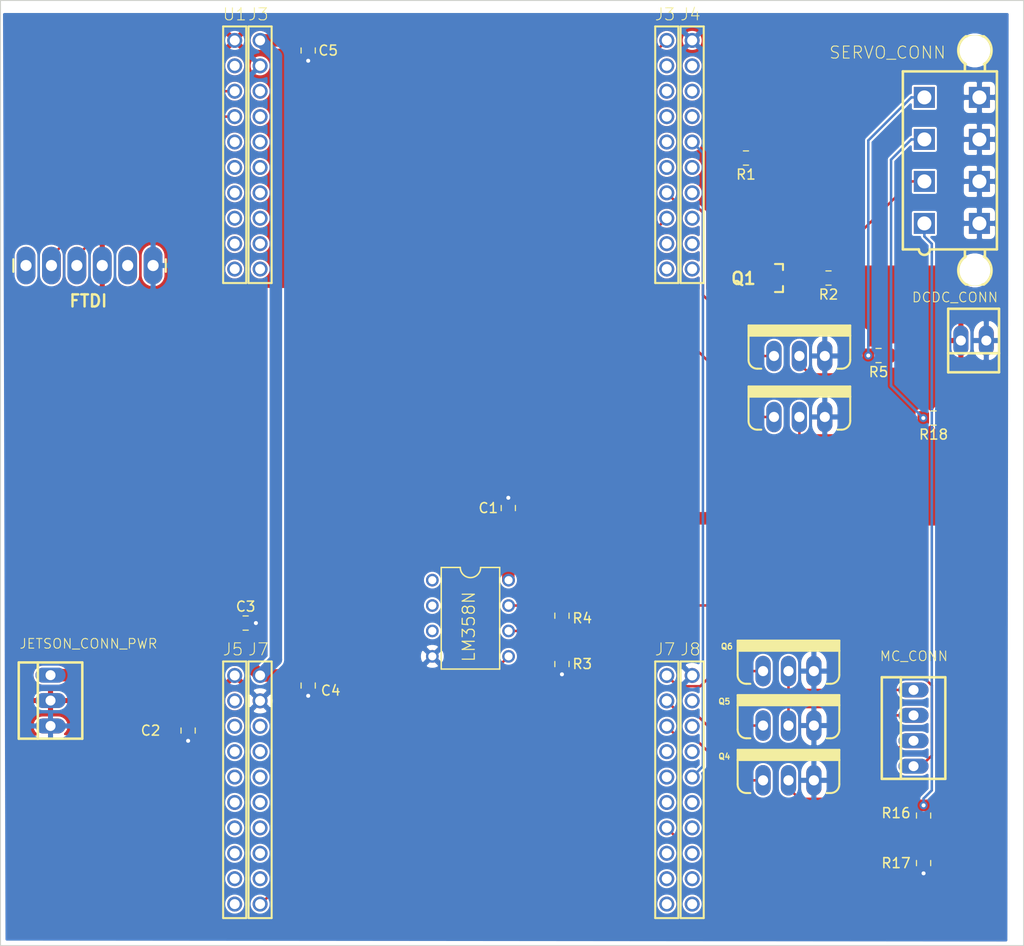
<source format=kicad_pcb>
(kicad_pcb (version 20171130) (host pcbnew "(5.1.4)-1")
  (layers (0 Top signal) (31 Bottom signal) (34 B.Paste user) (35 F.Paste user) (36 B.SilkS user) (37 F.SilkS user) (38 B.Mask user) (39 F.Mask user) (44 Edge.Cuts user))
  (net 0 "")
  (net 1 +3V3)
  (net 2 +5V)
  (net 3 GND)
  (net 4 THROTTLE_DAC)
  (net 5 REV_CTL)
  (net 6 FS1_CTL)
  (net 7 +12V)
  (net 8 TI_PWM)
  (net 9 SCIB_RX)
  (net 10 SCIB_TX)
  (net 11 EN+_CTL)
  (net 12 FWD_CTL)
  (net 13 MC_HLFB+)
  (net 14 INPUT_A+_CTL)
  (net 15 "/LAUNCHXL-F28379D Breakout/THROTTLE_MC")
  (net 16 "/LAUNCHXL-F28379D Headers/RESET")
  (net 17 "/LAUNCHXL-F28379D Breakout/EN+")
  (net 18 "/LAUNCHXL-F28379D Breakout/INPUT_A+")
  (net 19 "/LAUNCHXL-F28379D Breakout/INPUT_B+")
  (net 20 "/LAUNCHXL-F28379D Breakout/HLFB+")
  (net 21 "/LAUNCHXL-F28379D Breakout/FS1_MC")
  (net 22 "/LAUNCHXL-F28379D Breakout/FWD_MC")
  (net 23 "/LAUNCHXL-F28379D Breakout/REV_MC")
  (net 24 "Net-(IC1-Pad6)")
  (module Drivetrain_control:FTDI_CONN (layer Top) (at 98.3 73.25)
    (fp_text reference CONN1)
    (fp_text value FTDI (at 4.2 4.25 -180) (layer F.SilkS) (effects (font (size 1.2065 1.2065) (thickness 0.2413)) (justify left bottom)))
    (fp_line (start 13.97 -0.635) (end 13.97 0.635) (layer F.SilkS) (width 0.2032))
    (fp_line (start -1.27 -0.635) (end -1.27 0.635) (layer F.SilkS) (width 0.2032))
    (pad 6 thru_hole oval (at 12.7 0 90) (size 3.7592 1.8796) (drill 1.1176) (layers *.Cu *.Mask) (net 3 GND))
    (pad 5 thru_hole oval (at 10.16 0 90) (size 3.7592 1.8796) (drill 1.1176) (layers *.Cu *.Mask))
    (pad 4 thru_hole oval (at 7.62 0 90) (size 3.7592 1.8796) (drill 1.1176) (layers *.Cu *.Mask) (net 1 +3V3))
    (pad 3 thru_hole oval (at 5.08 0 90) (size 3.7592 1.8796) (drill 1.1176) (layers *.Cu *.Mask) (net 10 SCIB_TX))
    (pad 2 thru_hole oval (at 2.54 0 90) (size 3.7592 1.8796) (drill 1.1176) (layers *.Cu *.Mask) (net 9 SCIB_RX))
    (pad 1 thru_hole oval (at 0 0 90) (size 3.7592 1.8796) (drill 1.1176) (layers *.Cu *.Mask))
  )
  (module Resistor_SMD:R_0805_2012Metric_Pad1.15x1.40mm_HandSolder (layer Top) (at 183.5 82.25 180)
    (fp_text reference R5 (at 0 -1.65) (layer F.SilkS))
    (fp_text value R-US_R0805)
    (fp_line (start -0.261252 0.71) (end 0.261252 0.71) (layer F.SilkS) (width 0.12))
    (fp_line (start -0.261252 -0.71) (end 0.261252 -0.71) (layer F.SilkS) (width 0.12))
    (pad 2 smd roundrect (at 1.025 0 180) (size 1.15 1.4) (layers Top F.Paste F.Mask) (roundrect_rratio 0.217391) (net 17 "/LAUNCHXL-F28379D Breakout/EN+"))
    (pad 1 smd roundrect (at -1.025 0 180) (size 1.15 1.4) (layers Top F.Paste F.Mask) (roundrect_rratio 0.217391) (net 7 +12V))
  )
  (module Drivetrain_control:TI_Footprint (layer Top) (at 118 75)
    (fp_text reference U1 (at -0.115 -26.164 180) (layer F.SilkS) (effects (font (size 1.2065 1.2065) (thickness 0.09652)) (justify left bottom)))
    (fp_text value TI_CONN hide)
    (fp_line (start 2.31 -25.658) (end 2.31 0) (layer F.SilkS) (width 0.2032))
    (fp_line (start 2.31 0) (end 0 0) (layer F.SilkS) (width 0.2032))
    (fp_line (start 0 0) (end 0 -25.658) (layer F.SilkS) (width 0.2032))
    (fp_line (start 0 -25.658) (end 2.31 -25.658) (layer F.SilkS) (width 0.2032))
    (fp_text user J3 (at 2.425 -26.164 180) (layer F.SilkS) (effects (font (size 1.2065 1.2065) (thickness 0.09652)) (justify left bottom)))
    (fp_line (start 4.85 0) (end 2.54 0) (layer F.SilkS) (width 0.2032))
    (fp_line (start 2.54 0) (end 2.54 -25.658) (layer F.SilkS) (width 0.2032))
    (fp_line (start 2.54 -25.658) (end 4.85 -25.658) (layer F.SilkS) (width 0.2032))
    (fp_line (start 4.85 -25.658) (end 4.85 0) (layer F.SilkS) (width 0.2032))
    (fp_line (start 43.1802 0) (end 43.1802 -25.658) (layer F.SilkS) (width 0.2032))
    (fp_line (start 43.1802 -25.658) (end 45.4902 -25.658) (layer F.SilkS) (width 0.2032))
    (fp_line (start 45.4902 -25.658) (end 45.4902 0) (layer F.SilkS) (width 0.2032))
    (fp_line (start 45.4902 0) (end 43.1802 0) (layer F.SilkS) (width 0.2032))
    (fp_text user J3 (at 43.0652 -26.164 180) (layer F.SilkS) (effects (font (size 1.2065 1.2065) (thickness 0.09652)) (justify left bottom)))
    (fp_line (start 45.72 0) (end 45.72 -25.658) (layer F.SilkS) (width 0.2032))
    (fp_line (start 48.03 0) (end 45.72 0) (layer F.SilkS) (width 0.2032))
    (fp_line (start 45.72 -25.658) (end 48.03 -25.658) (layer F.SilkS) (width 0.2032))
    (fp_line (start 48.03 -25.658) (end 48.03 0) (layer F.SilkS) (width 0.2032))
    (fp_text user J4 (at 45.605 -26.164 180) (layer F.SilkS) (effects (font (size 1.2065 1.2065) (thickness 0.09652)) (justify left bottom)))
    (fp_line (start 43.1802 63.5) (end 43.1802 37.842) (layer F.SilkS) (width 0.2032))
    (fp_line (start 45.4902 63.5) (end 43.1802 63.5) (layer F.SilkS) (width 0.2032))
    (fp_line (start 43.1802 37.842) (end 45.4902 37.842) (layer F.SilkS) (width 0.2032))
    (fp_line (start 45.4902 37.842) (end 45.4902 63.5) (layer F.SilkS) (width 0.2032))
    (fp_line (start 2.54 63.5) (end 2.54 37.842) (layer F.SilkS) (width 0.2032))
    (fp_line (start 4.85 37.842) (end 4.85 63.5) (layer F.SilkS) (width 0.2032))
    (fp_line (start 2.54 37.842) (end 4.85 37.842) (layer F.SilkS) (width 0.2032))
    (fp_line (start 4.85 63.5) (end 2.54 63.5) (layer F.SilkS) (width 0.2032))
    (fp_line (start 0 63.5) (end 0 37.842) (layer F.SilkS) (width 0.2032))
    (fp_line (start 0 37.842) (end 2.31 37.842) (layer F.SilkS) (width 0.2032))
    (fp_line (start 2.31 37.842) (end 2.31 63.5) (layer F.SilkS) (width 0.2032))
    (fp_line (start 2.31 63.5) (end 0 63.5) (layer F.SilkS) (width 0.2032))
    (fp_text user J5 (at -0.115 37.336 180) (layer F.SilkS) (effects (font (size 1.2065 1.2065) (thickness 0.09652)) (justify left bottom)))
    (fp_text user J8 (at 45.605 37.336 180) (layer F.SilkS) (effects (font (size 1.2065 1.2065) (thickness 0.09652)) (justify left bottom)))
    (fp_text user J7 (at 2.425 37.336 180) (layer F.SilkS) (effects (font (size 1.2065 1.2065) (thickness 0.09652)) (justify left bottom)))
    (fp_text user J7 (at 43.0652 37.336 180) (layer F.SilkS) (effects (font (size 1.2065 1.2065) (thickness 0.09652)) (justify left bottom)))
    (fp_line (start 48.03 37.842) (end 48.03 63.5) (layer F.SilkS) (width 0.2032))
    (fp_line (start 48.03 63.5) (end 45.72 63.5) (layer F.SilkS) (width 0.2032))
    (fp_line (start 45.72 63.5) (end 45.72 37.842) (layer F.SilkS) (width 0.2032))
    (fp_line (start 45.72 37.842) (end 48.03 37.842) (layer F.SilkS) (width 0.2032))
    (pad 1 thru_hole circle (at 1.155 -24.259 270) (size 1.5 1.5) (drill 1) (layers *.Cu *.Mask) (net 1 +3V3))
    (pad 2 thru_hole circle (at 1.155 -21.719 270) (size 1.5 1.5) (drill 1) (layers *.Cu *.Mask))
    (pad 3 thru_hole circle (at 1.155 -19.179 270) (size 1.5 1.5) (drill 1) (layers *.Cu *.Mask) (net 9 SCIB_RX))
    (pad 4 thru_hole circle (at 1.155 -16.639 270) (size 1.5 1.5) (drill 1) (layers *.Cu *.Mask) (net 10 SCIB_TX))
    (pad 5 thru_hole circle (at 1.155 -14.099 270) (size 1.5 1.5) (drill 1) (layers *.Cu *.Mask))
    (pad 6 thru_hole circle (at 1.155 -11.559 270) (size 1.5 1.5) (drill 1) (layers *.Cu *.Mask))
    (pad 7 thru_hole circle (at 1.155 -9.019 270) (size 1.5 1.5) (drill 1) (layers *.Cu *.Mask))
    (pad 8 thru_hole circle (at 1.155 -6.479 270) (size 1.5 1.5) (drill 1) (layers *.Cu *.Mask))
    (pad 9 thru_hole circle (at 1.155 -3.939 270) (size 1.5 1.5) (drill 1) (layers *.Cu *.Mask))
    (pad 10 thru_hole circle (at 1.155 -1.399 270) (size 1.5 1.5) (drill 1) (layers *.Cu *.Mask))
    (pad 26 thru_hole circle (at 3.695 -11.559 270) (size 1.5 1.5) (drill 1) (layers *.Cu *.Mask))
    (pad 27 thru_hole circle (at 3.695 -9.019 270) (size 1.5 1.5) (drill 1) (layers *.Cu *.Mask))
    (pad 25 thru_hole circle (at 3.695 -14.099 270) (size 1.5 1.5) (drill 1) (layers *.Cu *.Mask))
    (pad 21 thru_hole circle (at 3.695 -24.259 270) (size 1.5 1.5) (drill 1) (layers *.Cu *.Mask) (net 2 +5V))
    (pad 30 thru_hole circle (at 3.695 -1.399 270) (size 1.5 1.5) (drill 1) (layers *.Cu *.Mask))
    (pad 24 thru_hole circle (at 3.695 -16.639 270) (size 1.5 1.5) (drill 1) (layers *.Cu *.Mask))
    (pad 23 thru_hole circle (at 3.695 -19.179 270) (size 1.5 1.5) (drill 1) (layers *.Cu *.Mask))
    (pad 22 thru_hole circle (at 3.695 -21.719 270) (size 1.5 1.5) (drill 1) (layers *.Cu *.Mask) (net 3 GND))
    (pad 29 thru_hole circle (at 3.695 -3.939 270) (size 1.5 1.5) (drill 1) (layers *.Cu *.Mask))
    (pad 28 thru_hole circle (at 3.695 -6.479 270) (size 1.5 1.5) (drill 1) (layers *.Cu *.Mask))
    (pad 31 thru_hole circle (at 44.3352 -1.399 270) (size 1.5 1.5) (drill 1) (layers *.Cu *.Mask))
    (pad 33 thru_hole circle (at 44.3352 -6.479 270) (size 1.5 1.5) (drill 1) (layers *.Cu *.Mask) (net 14 INPUT_A+_CTL))
    (pad 34 thru_hole circle (at 44.3352 -9.019 270) (size 1.5 1.5) (drill 1) (layers *.Cu *.Mask) (net 11 EN+_CTL))
    (pad 32 thru_hole circle (at 44.3352 -3.939 270) (size 1.5 1.5) (drill 1) (layers *.Cu *.Mask))
    (pad 35 thru_hole circle (at 44.3352 -11.559 270) (size 1.5 1.5) (drill 1) (layers *.Cu *.Mask))
    (pad 36 thru_hole circle (at 44.3352 -14.099 270) (size 1.5 1.5) (drill 1) (layers *.Cu *.Mask))
    (pad 37 thru_hole circle (at 44.3352 -16.639 270) (size 1.5 1.5) (drill 1) (layers *.Cu *.Mask))
    (pad 38 thru_hole circle (at 44.3352 -19.179 270) (size 1.5 1.5) (drill 1) (layers *.Cu *.Mask))
    (pad 40 thru_hole circle (at 44.3352 -24.259 270) (size 1.5 1.5) (drill 1) (layers *.Cu *.Mask) (net 8 TI_PWM))
    (pad 39 thru_hole circle (at 44.3352 -21.719 270) (size 1.5 1.5) (drill 1) (layers *.Cu *.Mask))
    (pad 18 thru_hole circle (at 46.875 -19.179 270) (size 1.5 1.5) (drill 1) (layers *.Cu *.Mask))
    (pad 15 thru_hole circle (at 46.875 -11.559 270) (size 1.5 1.5) (drill 1) (layers *.Cu *.Mask))
    (pad 16 thru_hole circle (at 46.875 -14.099 270) (size 1.5 1.5) (drill 1) (layers *.Cu *.Mask) (net 16 "/LAUNCHXL-F28379D Headers/RESET"))
    (pad 14 thru_hole circle (at 46.875 -9.019 270) (size 1.5 1.5) (drill 1) (layers *.Cu *.Mask))
    (pad 20 thru_hole circle (at 46.875 -24.259 270) (size 1.5 1.5) (drill 1) (layers *.Cu *.Mask) (net 3 GND))
    (pad 12 thru_hole circle (at 46.875 -3.939 270) (size 1.5 1.5) (drill 1) (layers *.Cu *.Mask))
    (pad 11 thru_hole circle (at 46.875 -1.399 270) (size 1.5 1.5) (drill 1) (layers *.Cu *.Mask))
    (pad 13 thru_hole circle (at 46.875 -6.479 270) (size 1.5 1.5) (drill 1) (layers *.Cu *.Mask))
    (pad 17 thru_hole circle (at 46.875 -16.639 270) (size 1.5 1.5) (drill 1) (layers *.Cu *.Mask))
    (pad 19 thru_hole circle (at 46.875 -21.719 270) (size 1.5 1.5) (drill 1) (layers *.Cu *.Mask))
    (pad 60 thru_hole circle (at 46.875 39.241 270) (size 1.5 1.5) (drill 1) (layers *.Cu *.Mask) (net 3 GND))
    (pad 59 thru_hole circle (at 46.875 41.781 270) (size 1.5 1.5) (drill 1) (layers *.Cu *.Mask))
    (pad 58 thru_hole circle (at 46.875 44.321 270) (size 1.5 1.5) (drill 1) (layers *.Cu *.Mask))
    (pad 57 thru_hole circle (at 46.875 46.861 270) (size 1.5 1.5) (drill 1) (layers *.Cu *.Mask))
    (pad 53 thru_hole circle (at 46.875 57.021 270) (size 1.5 1.5) (drill 1) (layers *.Cu *.Mask))
    (pad 52 thru_hole circle (at 46.875 59.561 270) (size 1.5 1.5) (drill 1) (layers *.Cu *.Mask))
    (pad 51 thru_hole circle (at 46.875 62.101 270) (size 1.5 1.5) (drill 1) (layers *.Cu *.Mask))
    (pad 54 thru_hole circle (at 46.875 54.481 270) (size 1.5 1.5) (drill 1) (layers *.Cu *.Mask))
    (pad 55 thru_hole circle (at 46.875 51.941 270) (size 1.5 1.5) (drill 1) (layers *.Cu *.Mask))
    (pad 56 thru_hole circle (at 46.875 49.401 270) (size 1.5 1.5) (drill 1) (layers *.Cu *.Mask) (net 16 "/LAUNCHXL-F28379D Headers/RESET"))
    (pad 78 thru_hole circle (at 44.3352 44.321 270) (size 1.5 1.5) (drill 1) (layers *.Cu *.Mask) (net 5 REV_CTL))
    (pad 75 thru_hole circle (at 44.3352 51.941 270) (size 1.5 1.5) (drill 1) (layers *.Cu *.Mask))
    (pad 76 thru_hole circle (at 44.3352 49.401 270) (size 1.5 1.5) (drill 1) (layers *.Cu *.Mask))
    (pad 74 thru_hole circle (at 44.3352 54.481 270) (size 1.5 1.5) (drill 1) (layers *.Cu *.Mask) (net 13 MC_HLFB+))
    (pad 80 thru_hole circle (at 44.3352 39.241 270) (size 1.5 1.5) (drill 1) (layers *.Cu *.Mask) (net 6 FS1_CTL))
    (pad 72 thru_hole circle (at 44.3352 59.561 270) (size 1.5 1.5) (drill 1) (layers *.Cu *.Mask))
    (pad 71 thru_hole circle (at 44.3352 62.101 270) (size 1.5 1.5) (drill 1) (layers *.Cu *.Mask))
    (pad 73 thru_hole circle (at 44.3352 57.021 270) (size 1.5 1.5) (drill 1) (layers *.Cu *.Mask))
    (pad 77 thru_hole circle (at 44.3352 46.861 270) (size 1.5 1.5) (drill 1) (layers *.Cu *.Mask))
    (pad 79 thru_hole circle (at 44.3352 41.781 270) (size 1.5 1.5) (drill 1) (layers *.Cu *.Mask) (net 12 FWD_CTL))
    (pad 63 thru_hole circle (at 3.695 44.321 270) (size 1.5 1.5) (drill 1) (layers *.Cu *.Mask))
    (pad 66 thru_hole circle (at 3.695 51.941 270) (size 1.5 1.5) (drill 1) (layers *.Cu *.Mask))
    (pad 67 thru_hole circle (at 3.695 54.481 270) (size 1.5 1.5) (drill 1) (layers *.Cu *.Mask))
    (pad 50 thru_hole circle (at 1.155 62.101 270) (size 1.5 1.5) (drill 1) (layers *.Cu *.Mask))
    (pad 68 thru_hole circle (at 3.695 57.021 270) (size 1.5 1.5) (drill 1) (layers *.Cu *.Mask))
    (pad 69 thru_hole circle (at 3.695 59.561 270) (size 1.5 1.5) (drill 1) (layers *.Cu *.Mask))
    (pad 64 thru_hole circle (at 3.695 46.861 270) (size 1.5 1.5) (drill 1) (layers *.Cu *.Mask))
    (pad 70 thru_hole circle (at 3.695 62.101 270) (size 1.5 1.5) (drill 1) (layers *.Cu *.Mask) (net 4 THROTTLE_DAC))
    (pad 48 thru_hole circle (at 1.155 57.021 270) (size 1.5 1.5) (drill 1) (layers *.Cu *.Mask))
    (pad 47 thru_hole circle (at 1.155 54.481 270) (size 1.5 1.5) (drill 1) (layers *.Cu *.Mask))
    (pad 65 thru_hole circle (at 3.695 49.401 270) (size 1.5 1.5) (drill 1) (layers *.Cu *.Mask))
    (pad 49 thru_hole circle (at 1.155 59.561 270) (size 1.5 1.5) (drill 1) (layers *.Cu *.Mask))
    (pad 62 thru_hole circle (at 3.695 41.781 270) (size 1.5 1.5) (drill 1) (layers *.Cu *.Mask) (net 3 GND))
    (pad 61 thru_hole circle (at 3.695 39.241 270) (size 1.5 1.5) (drill 1) (layers *.Cu *.Mask) (net 2 +5V))
    (pad 46 thru_hole circle (at 1.155 51.941 270) (size 1.5 1.5) (drill 1) (layers *.Cu *.Mask))
    (pad 45 thru_hole circle (at 1.155 49.401 270) (size 1.5 1.5) (drill 1) (layers *.Cu *.Mask))
    (pad 44 thru_hole circle (at 1.155 46.861 270) (size 1.5 1.5) (drill 1) (layers *.Cu *.Mask))
    (pad 43 thru_hole circle (at 1.155 44.321 270) (size 1.5 1.5) (drill 1) (layers *.Cu *.Mask))
    (pad 41 thru_hole circle (at 1.155 39.241 270) (size 1.5 1.5) (drill 1) (layers *.Cu *.Mask) (net 1 +3V3))
    (pad 42 thru_hole circle (at 1.155 41.781 270) (size 1.5 1.5) (drill 1) (layers *.Cu *.Mask))
  )
  (module Resistor_SMD:R_0805_2012Metric_Pad1.15x1.40mm_HandSolder (layer Top) (at 189 88.5 180)
    (fp_text reference R18 (at 0 -1.65) (layer F.SilkS))
    (fp_text value R-US_R0805)
    (fp_line (start -0.261252 0.71) (end 0.261252 0.71) (layer F.SilkS) (width 0.12))
    (fp_line (start -0.261252 -0.71) (end 0.261252 -0.71) (layer F.SilkS) (width 0.12))
    (pad 2 smd roundrect (at 1.025 0 180) (size 1.15 1.4) (layers Top F.Paste F.Mask) (roundrect_rratio 0.217391) (net 18 "/LAUNCHXL-F28379D Breakout/INPUT_A+"))
    (pad 1 smd roundrect (at -1.025 0 180) (size 1.15 1.4) (layers Top F.Paste F.Mask) (roundrect_rratio 0.217391) (net 7 +12V))
  )
  (module Resistor_SMD:R_0805_2012Metric_Pad1.15x1.40mm_HandSolder (layer Top) (at 188 133 270)
    (fp_text reference R17 (at 0 2.75 180) (layer F.SilkS))
    (fp_text value R-US_R0805)
    (fp_line (start -0.261252 0.71) (end 0.261252 0.71) (layer F.SilkS) (width 0.12))
    (fp_line (start -0.261252 -0.71) (end 0.261252 -0.71) (layer F.SilkS) (width 0.12))
    (pad 2 smd roundrect (at 1.025 0 270) (size 1.15 1.4) (layers Top F.Paste F.Mask) (roundrect_rratio 0.217391) (net 3 GND))
    (pad 1 smd roundrect (at -1.025 0 270) (size 1.15 1.4) (layers Top F.Paste F.Mask) (roundrect_rratio 0.217391) (net 13 MC_HLFB+))
  )
  (module Resistor_SMD:R_0805_2012Metric_Pad1.15x1.40mm_HandSolder (layer Top) (at 188 128.25 270)
    (fp_text reference R16 (at -0.25 2.75 180) (layer F.SilkS))
    (fp_text value R-US_R0805)
    (fp_line (start -0.261252 0.71) (end 0.261252 0.71) (layer F.SilkS) (width 0.12))
    (fp_line (start -0.261252 -0.71) (end 0.261252 -0.71) (layer F.SilkS) (width 0.12))
    (pad 2 smd roundrect (at 1.025 0 270) (size 1.15 1.4) (layers Top F.Paste F.Mask) (roundrect_rratio 0.217391) (net 13 MC_HLFB+))
    (pad 1 smd roundrect (at -1.025 0 270) (size 1.15 1.4) (layers Top F.Paste F.Mask) (roundrect_rratio 0.217391) (net 20 "/LAUNCHXL-F28379D Breakout/HLFB+"))
  )
  (module Resistor_SMD:R_0805_2012Metric_Pad1.15x1.40mm_HandSolder (layer Top) (at 151.86 108.266 90)
    (fp_text reference R4 (at -0.254 2.032 180) (layer F.SilkS))
    (fp_text value R-US_R0805)
    (fp_line (start -0.261252 0.71) (end 0.261252 0.71) (layer F.SilkS) (width 0.12))
    (fp_line (start -0.261252 -0.71) (end 0.261252 -0.71) (layer F.SilkS) (width 0.12))
    (pad 2 smd roundrect (at 1.025 0 90) (size 1.15 1.4) (layers Top F.Paste F.Mask) (roundrect_rratio 0.217391) (net 15 "/LAUNCHXL-F28379D Breakout/THROTTLE_MC"))
    (pad 1 smd roundrect (at -1.025 0 90) (size 1.15 1.4) (layers Top F.Paste F.Mask) (roundrect_rratio 0.217391) (net 24 "Net-(IC1-Pad6)"))
  )
  (module Resistor_SMD:R_0805_2012Metric_Pad1.15x1.40mm_HandSolder (layer Top) (at 151.86 113.101 270)
    (fp_text reference R3 (at -0.009 -2.032 180) (layer F.SilkS))
    (fp_text value R-US_R0805)
    (fp_line (start -0.261252 0.71) (end 0.261252 0.71) (layer F.SilkS) (width 0.12))
    (fp_line (start -0.261252 -0.71) (end 0.261252 -0.71) (layer F.SilkS) (width 0.12))
    (pad 2 smd roundrect (at 1.025 0 270) (size 1.15 1.4) (layers Top F.Paste F.Mask) (roundrect_rratio 0.217391) (net 3 GND))
    (pad 1 smd roundrect (at -1.025 0 270) (size 1.15 1.4) (layers Top F.Paste F.Mask) (roundrect_rratio 0.217391) (net 24 "Net-(IC1-Pad6)"))
  )
  (module Resistor_SMD:R_0805_2012Metric_Pad1.15x1.40mm_HandSolder (layer Top) (at 178.5 74.5 180)
    (fp_text reference R2 (at 0 -1.65) (layer F.SilkS))
    (fp_text value 10k)
    (fp_line (start -0.261252 0.71) (end 0.261252 0.71) (layer F.SilkS) (width 0.12))
    (fp_line (start -0.261252 -0.71) (end 0.261252 -0.71) (layer F.SilkS) (width 0.12))
    (pad 2 smd roundrect (at 1.025 0 180) (size 1.15 1.4) (layers Top F.Paste F.Mask) (roundrect_rratio 0.217391) (net 19 "/LAUNCHXL-F28379D Breakout/INPUT_B+"))
    (pad 1 smd roundrect (at -1.025 0 180) (size 1.15 1.4) (layers Top F.Paste F.Mask) (roundrect_rratio 0.217391) (net 7 +12V))
  )
  (module Resistor_SMD:R_0805_2012Metric_Pad1.15x1.40mm_HandSolder (layer Top) (at 170.25 62.5 180)
    (fp_text reference R1 (at 0 -1.65) (layer F.SilkS))
    (fp_text value 10k)
    (fp_line (start -0.261252 0.71) (end 0.261252 0.71) (layer F.SilkS) (width 0.12))
    (fp_line (start -0.261252 -0.71) (end 0.261252 -0.71) (layer F.SilkS) (width 0.12))
    (pad 2 smd roundrect (at 1.025 0 180) (size 1.15 1.4) (layers Top F.Paste F.Mask) (roundrect_rratio 0.217391) (net 8 TI_PWM))
    (pad 1 smd roundrect (at -1.025 0 180) (size 1.15 1.4) (layers Top F.Paste F.Mask) (roundrect_rratio 0.217391) (net 1 +3V3))
  )
  (module Drivetrain_control:TO220V (layer Top) (at 174.5 113.804)
    (fp_text reference Q6 (at -5.5 -2.804 180) (layer F.SilkS) (effects (font (size 0.57912 0.57912) (thickness 0.12192)) (justify right top)))
    (fp_text value 100V/17A)
    (fp_poly (pts (xy -5.08 -2.032) (xy 5.08 -2.032) (xy 5.08 -3.048) (xy -5.08 -3.048)) (layer F.SilkS) (width 0))
    (fp_line (start 4.191 1.27) (end 3.81 1.27) (layer F.SilkS) (width 0.2032))
    (fp_line (start -4.191 1.27) (end -3.81 1.27) (layer F.SilkS) (width 0.2032))
    (fp_arc (start 4.212199 0.402199) (end 4.191 1.27) (angle -92.798868) (layer F.SilkS) (width 0.2032))
    (fp_arc (start -4.212199 0.402199) (end -5.08 0.381) (angle -92.798868) (layer F.SilkS) (width 0.2032))
    (fp_line (start 5.08 -3.048) (end 5.08 -2.032) (layer F.SilkS) (width 0.2032))
    (fp_line (start -5.08 -3.048) (end 5.08 -3.048) (layer F.SilkS) (width 0.2032))
    (fp_line (start -5.08 -2.032) (end -5.08 -3.048) (layer F.SilkS) (width 0.2032))
    (fp_line (start 5.08 -2.032) (end -5.08 -2.032) (layer F.SilkS) (width 0.2032))
    (fp_line (start 5.08 -2.032) (end 5.08 0.381) (layer F.SilkS) (width 0.2032))
    (fp_line (start -5.08 -2.032) (end -5.08 0.381) (layer F.SilkS) (width 0.2032))
    (pad 3 thru_hole oval (at 2.54 0 90) (size 3.048 1.524) (drill 1.016) (layers *.Cu *.Mask) (net 3 GND))
    (pad 2 thru_hole oval (at 0 0 90) (size 3.048 1.524) (drill 1.016) (layers *.Cu *.Mask) (net 21 "/LAUNCHXL-F28379D Breakout/FS1_MC"))
    (pad 1 thru_hole oval (at -2.54 0 90) (size 3.048 1.524) (drill 1.016) (layers *.Cu *.Mask) (net 6 FS1_CTL))
  )
  (module Drivetrain_control:TO220V (layer Top) (at 174.5 119.25)
    (fp_text reference Q5 (at -5.75 -2.75 180) (layer F.SilkS) (effects (font (size 0.57912 0.57912) (thickness 0.12192)) (justify right top)))
    (fp_text value 100V/17A)
    (fp_poly (pts (xy -5.08 -2.032) (xy 5.08 -2.032) (xy 5.08 -3.048) (xy -5.08 -3.048)) (layer F.SilkS) (width 0))
    (fp_line (start 4.191 1.27) (end 3.81 1.27) (layer F.SilkS) (width 0.2032))
    (fp_line (start -4.191 1.27) (end -3.81 1.27) (layer F.SilkS) (width 0.2032))
    (fp_arc (start 4.212199 0.402199) (end 4.191 1.27) (angle -92.798868) (layer F.SilkS) (width 0.2032))
    (fp_arc (start -4.212199 0.402199) (end -5.08 0.381) (angle -92.798868) (layer F.SilkS) (width 0.2032))
    (fp_line (start 5.08 -3.048) (end 5.08 -2.032) (layer F.SilkS) (width 0.2032))
    (fp_line (start -5.08 -3.048) (end 5.08 -3.048) (layer F.SilkS) (width 0.2032))
    (fp_line (start -5.08 -2.032) (end -5.08 -3.048) (layer F.SilkS) (width 0.2032))
    (fp_line (start 5.08 -2.032) (end -5.08 -2.032) (layer F.SilkS) (width 0.2032))
    (fp_line (start 5.08 -2.032) (end 5.08 0.381) (layer F.SilkS) (width 0.2032))
    (fp_line (start -5.08 -2.032) (end -5.08 0.381) (layer F.SilkS) (width 0.2032))
    (pad 3 thru_hole oval (at 2.54 0 90) (size 3.048 1.524) (drill 1.016) (layers *.Cu *.Mask) (net 3 GND))
    (pad 2 thru_hole oval (at 0 0 90) (size 3.048 1.524) (drill 1.016) (layers *.Cu *.Mask) (net 22 "/LAUNCHXL-F28379D Breakout/FWD_MC"))
    (pad 1 thru_hole oval (at -2.54 0 90) (size 3.048 1.524) (drill 1.016) (layers *.Cu *.Mask) (net 12 FWD_CTL))
  )
  (module Drivetrain_control:TO220V (layer Top) (at 174.5 124.726)
    (fp_text reference Q4 (at -5.75 -2.726 180) (layer F.SilkS) (effects (font (size 0.57912 0.57912) (thickness 0.12192)) (justify right top)))
    (fp_text value 100V/17A)
    (fp_poly (pts (xy -5.08 -2.032) (xy 5.08 -2.032) (xy 5.08 -3.048) (xy -5.08 -3.048)) (layer F.SilkS) (width 0))
    (fp_line (start 4.191 1.27) (end 3.81 1.27) (layer F.SilkS) (width 0.2032))
    (fp_line (start -4.191 1.27) (end -3.81 1.27) (layer F.SilkS) (width 0.2032))
    (fp_arc (start 4.212199 0.402199) (end 4.191 1.27) (angle -92.798868) (layer F.SilkS) (width 0.2032))
    (fp_arc (start -4.212199 0.402199) (end -5.08 0.381) (angle -92.798868) (layer F.SilkS) (width 0.2032))
    (fp_line (start 5.08 -3.048) (end 5.08 -2.032) (layer F.SilkS) (width 0.2032))
    (fp_line (start -5.08 -3.048) (end 5.08 -3.048) (layer F.SilkS) (width 0.2032))
    (fp_line (start -5.08 -2.032) (end -5.08 -3.048) (layer F.SilkS) (width 0.2032))
    (fp_line (start 5.08 -2.032) (end -5.08 -2.032) (layer F.SilkS) (width 0.2032))
    (fp_line (start 5.08 -2.032) (end 5.08 0.381) (layer F.SilkS) (width 0.2032))
    (fp_line (start -5.08 -2.032) (end -5.08 0.381) (layer F.SilkS) (width 0.2032))
    (pad 3 thru_hole oval (at 2.54 0 90) (size 3.048 1.524) (drill 1.016) (layers *.Cu *.Mask) (net 3 GND))
    (pad 2 thru_hole oval (at 0 0 90) (size 3.048 1.524) (drill 1.016) (layers *.Cu *.Mask) (net 23 "/LAUNCHXL-F28379D Breakout/REV_MC"))
    (pad 1 thru_hole oval (at -2.54 0 90) (size 3.048 1.524) (drill 1.016) (layers *.Cu *.Mask) (net 5 REV_CTL))
  )
  (module Drivetrain_control:TO220V (layer Top) (at 175.59 82.296)
    (fp_text reference Q3 hide)
    (fp_text value 100V/17A hide)
    (fp_poly (pts (xy -5.08 -2.032) (xy 5.08 -2.032) (xy 5.08 -3.048) (xy -5.08 -3.048)) (layer F.SilkS) (width 0))
    (fp_line (start 4.191 1.27) (end 3.81 1.27) (layer F.SilkS) (width 0.2032))
    (fp_line (start -4.191 1.27) (end -3.81 1.27) (layer F.SilkS) (width 0.2032))
    (fp_arc (start 4.212199 0.402199) (end 4.191 1.27) (angle -92.798868) (layer F.SilkS) (width 0.2032))
    (fp_arc (start -4.212199 0.402199) (end -5.08 0.381) (angle -92.798868) (layer F.SilkS) (width 0.2032))
    (fp_line (start 5.08 -3.048) (end 5.08 -2.032) (layer F.SilkS) (width 0.2032))
    (fp_line (start -5.08 -3.048) (end 5.08 -3.048) (layer F.SilkS) (width 0.2032))
    (fp_line (start -5.08 -2.032) (end -5.08 -3.048) (layer F.SilkS) (width 0.2032))
    (fp_line (start 5.08 -2.032) (end -5.08 -2.032) (layer F.SilkS) (width 0.2032))
    (fp_line (start 5.08 -2.032) (end 5.08 0.381) (layer F.SilkS) (width 0.2032))
    (fp_line (start -5.08 -2.032) (end -5.08 0.381) (layer F.SilkS) (width 0.2032))
    (pad 3 thru_hole oval (at 2.54 0 90) (size 3.048 1.524) (drill 1.016) (layers *.Cu *.Mask) (net 3 GND))
    (pad 2 thru_hole oval (at 0 0 90) (size 3.048 1.524) (drill 1.016) (layers *.Cu *.Mask) (net 17 "/LAUNCHXL-F28379D Breakout/EN+"))
    (pad 1 thru_hole oval (at -2.54 0 90) (size 3.048 1.524) (drill 1.016) (layers *.Cu *.Mask) (net 11 EN+_CTL))
  )
  (module Drivetrain_control:TO220V (layer Top) (at 175.59 88.392)
    (fp_text reference Q2 hide)
    (fp_text value 100V/17A hide)
    (fp_poly (pts (xy -5.08 -2.032) (xy 5.08 -2.032) (xy 5.08 -3.048) (xy -5.08 -3.048)) (layer F.SilkS) (width 0))
    (fp_line (start 4.191 1.27) (end 3.81 1.27) (layer F.SilkS) (width 0.2032))
    (fp_line (start -4.191 1.27) (end -3.81 1.27) (layer F.SilkS) (width 0.2032))
    (fp_arc (start 4.212199 0.402199) (end 4.191 1.27) (angle -92.798868) (layer F.SilkS) (width 0.2032))
    (fp_arc (start -4.212199 0.402199) (end -5.08 0.381) (angle -92.798868) (layer F.SilkS) (width 0.2032))
    (fp_line (start 5.08 -3.048) (end 5.08 -2.032) (layer F.SilkS) (width 0.2032))
    (fp_line (start -5.08 -3.048) (end 5.08 -3.048) (layer F.SilkS) (width 0.2032))
    (fp_line (start -5.08 -2.032) (end -5.08 -3.048) (layer F.SilkS) (width 0.2032))
    (fp_line (start 5.08 -2.032) (end -5.08 -2.032) (layer F.SilkS) (width 0.2032))
    (fp_line (start 5.08 -2.032) (end 5.08 0.381) (layer F.SilkS) (width 0.2032))
    (fp_line (start -5.08 -2.032) (end -5.08 0.381) (layer F.SilkS) (width 0.2032))
    (pad 3 thru_hole oval (at 2.54 0 90) (size 3.048 1.524) (drill 1.016) (layers *.Cu *.Mask) (net 3 GND))
    (pad 2 thru_hole oval (at 0 0 90) (size 3.048 1.524) (drill 1.016) (layers *.Cu *.Mask) (net 18 "/LAUNCHXL-F28379D Breakout/INPUT_A+"))
    (pad 1 thru_hole oval (at -2.54 0 90) (size 3.048 1.524) (drill 1.016) (layers *.Cu *.Mask) (net 14 INPUT_A+_CTL))
  )
  (module Drivetrain_control:SOT23-3 (layer Top) (at 173.25 74.5 270)
    (fp_text reference Q1 (at 0.75 3.25 180) (layer F.SilkS) (effects (font (size 1.2065 1.2065) (thickness 0.2413)) (justify bottom)))
    (fp_text value 220mA/50V/3.5Ω)
    (fp_line (start 1.4 -0.7) (end 1.4 0.1) (layer F.SilkS) (width 0.2032))
    (fp_line (start 0.8 -0.7) (end 1.4 -0.7) (layer F.SilkS) (width 0.2032))
    (fp_line (start -1.4 -0.7) (end -1.4 0.1) (layer F.SilkS) (width 0.2032))
    (fp_line (start -0.8 -0.7) (end -1.4 -0.7) (layer F.SilkS) (width 0.2032))
    (pad 3 smd rect (at 0 -1.1 270) (size 0.8 0.9) (layers Top F.Paste F.Mask) (net 19 "/LAUNCHXL-F28379D Breakout/INPUT_B+"))
    (pad 2 smd rect (at 0.95 1 270) (size 0.8 0.9) (layers Top F.Paste F.Mask) (net 8 TI_PWM))
    (pad 1 smd rect (at -0.95 1 270) (size 0.8 0.9) (layers Top F.Paste F.Mask) (net 1 +3V3))
  )
  (module Drivetrain_control:22-23-2031 (layer Top) (at 100.75 116.75 90)
    (fp_text reference CONN4)
    (fp_text value JETSON_CONN_PWR (at 6.25 10.75 180) (layer F.SilkS) (effects (font (size 0.9652 0.9652) (thickness 0.09652)) (justify right top)))
    (fp_line (start -3.81 -1.27) (end 3.81 -1.27) (layer F.SilkS) (width 0.254))
    (fp_line (start -3.81 -1.27) (end -3.81 -3.175) (layer F.SilkS) (width 0.254))
    (fp_line (start -3.81 3.175) (end -3.81 -1.27) (layer F.SilkS) (width 0.254))
    (fp_line (start 3.81 3.175) (end -3.81 3.175) (layer F.SilkS) (width 0.254))
    (fp_line (start 3.81 -1.27) (end 3.81 3.175) (layer F.SilkS) (width 0.254))
    (fp_line (start 3.81 -3.175) (end 3.81 -1.27) (layer F.SilkS) (width 0.254))
    (fp_line (start -3.81 -3.175) (end 3.81 -3.175) (layer F.SilkS) (width 0.254))
    (pad 3 thru_hole oval (at 2.54 0 180) (size 3 1.5) (drill 1) (layers *.Cu *.Mask) (net 2 +5V))
    (pad 2 thru_hole oval (at 0 0 180) (size 3 1.5) (drill 1) (layers *.Cu *.Mask) (net 1 +3V3))
    (pad 1 thru_hole oval (at -2.54 0 180) (size 3 1.5) (drill 1) (layers *.Cu *.Mask) (net 3 GND))
  )
  (module Drivetrain_control:22-23-2041 (layer Top) (at 187 119.5 90)
    (fp_text reference CONN5)
    (fp_text value MC_CONN (at 7.75 3.5 180) (layer F.SilkS) (effects (font (size 0.9652 0.9652) (thickness 0.09652)) (justify right top)))
    (fp_line (start -5.08 -3.175) (end 5.08 -3.175) (layer F.SilkS) (width 0.254))
    (fp_line (start 5.08 -3.175) (end 5.08 -1.27) (layer F.SilkS) (width 0.254))
    (fp_line (start 5.08 -1.27) (end 5.08 3.175) (layer F.SilkS) (width 0.254))
    (fp_line (start 5.08 3.175) (end -5.08 3.175) (layer F.SilkS) (width 0.254))
    (fp_line (start -5.08 3.175) (end -5.08 -1.27) (layer F.SilkS) (width 0.254))
    (fp_line (start -5.08 -1.27) (end -5.08 -3.175) (layer F.SilkS) (width 0.254))
    (fp_line (start -5.08 -1.27) (end 5.08 -1.27) (layer F.SilkS) (width 0.254))
    (pad 1 thru_hole oval (at -3.81 0 180) (size 3 1.5) (drill 1) (layers *.Cu *.Mask) (net 15 "/LAUNCHXL-F28379D Breakout/THROTTLE_MC"))
    (pad 2 thru_hole oval (at -1.27 0 180) (size 3 1.5) (drill 1) (layers *.Cu *.Mask) (net 23 "/LAUNCHXL-F28379D Breakout/REV_MC"))
    (pad 3 thru_hole oval (at 1.27 0 180) (size 3 1.5) (drill 1) (layers *.Cu *.Mask) (net 22 "/LAUNCHXL-F28379D Breakout/FWD_MC"))
    (pad 4 thru_hole oval (at 3.81 0 180) (size 3 1.5) (drill 1) (layers *.Cu *.Mask) (net 21 "/LAUNCHXL-F28379D Breakout/FS1_MC"))
  )
  (module Drivetrain_control:5566-8 (layer Top) (at 190.83 62.738 270)
    (fp_text reference CONN2)
    (fp_text value SERVO_CONN (at -11.488 12.33 180) (layer F.SilkS) (effects (font (size 1.2065 1.2065) (thickness 0.09652)) (justify left top)))
    (fp_arc (start 8.9 2.75) (end 8.9 2.2) (angle 180) (layer F.SilkS) (width 0.254))
    (fp_line (start 9.7 -3.3) (end 9 -3.3) (layer F.SilkS) (width 0.254))
    (fp_line (start 9.7 -1.3) (end 9 -1.3) (layer F.SilkS) (width 0.254))
    (fp_line (start 12.4 -1.4) (end 12.4 -3.2) (layer F.SilkS) (width 0.254))
    (fp_arc (start 11 -2.299999) (end 9.6 -3.2) (angle 114.529547) (layer F.SilkS) (width 0.254))
    (fp_arc (start 11 -2.3) (end 9.6 -1.4) (angle -114.529547) (layer F.SilkS) (width 0.254))
    (fp_line (start -9.7 -1.3) (end -9 -1.3) (layer F.SilkS) (width 0.254))
    (fp_line (start -9.7 -3.3) (end -9 -3.3) (layer F.SilkS) (width 0.254))
    (fp_line (start -12.4 -3.2) (end -12.4 -1.4) (layer F.SilkS) (width 0.254))
    (fp_arc (start -11 -2.3) (end -12.4 -1.4) (angle -114.529547) (layer F.SilkS) (width 0.254))
    (fp_arc (start -11 -2.299999) (end -12.4 -3.2) (angle 114.529547) (layer F.SilkS) (width 0.254))
    (fp_line (start -8.9 4.9) (end -8.9 -4.5) (layer F.SilkS) (width 0.254))
    (fp_line (start 8.9 4.9) (end -8.9 4.9) (layer F.SilkS) (width 0.254))
    (fp_line (start 8.9 3.3) (end 8.9 4.9) (layer F.SilkS) (width 0.254))
    (fp_line (start 8.9 -4.5) (end 8.9 2.2) (layer F.SilkS) (width 0.254))
    (fp_line (start -8.9 -4.5) (end 8.9 -4.5) (layer F.SilkS) (width 0.254))
    (pad "" np_thru_hole circle (at -11 -2.29 270) (size 3 3) (drill 3) (layers *.Cu *.Mask))
    (pad "" np_thru_hole circle (at 11 -2.29 270) (size 3 3) (drill 3) (layers *.Cu *.Mask))
    (pad 5 thru_hole rect (at 6.3 -2.75 270) (size 2.1 2.1) (drill 1.4) (layers *.Cu *.Mask) (net 3 GND))
    (pad 6 thru_hole rect (at 2.1 -2.75 270) (size 2.1 2.1) (drill 1.4) (layers *.Cu *.Mask) (net 3 GND))
    (pad 7 thru_hole rect (at -2.1 -2.75 270) (size 2.1 2.1) (drill 1.4) (layers *.Cu *.Mask) (net 3 GND))
    (pad 8 thru_hole rect (at -6.3 -2.75 270) (size 2.1 2.1) (drill 1.4) (layers *.Cu *.Mask) (net 3 GND))
    (pad 4 thru_hole rect (at -6.3 2.75 270) (size 2.1 2.1) (drill 1.4) (layers *.Cu *.Mask) (net 17 "/LAUNCHXL-F28379D Breakout/EN+"))
    (pad 3 thru_hole rect (at -2.1 2.75 270) (size 2.1 2.1) (drill 1.4) (layers *.Cu *.Mask) (net 18 "/LAUNCHXL-F28379D Breakout/INPUT_A+"))
    (pad 2 thru_hole rect (at 2.1 2.75 270) (size 2.1 2.1) (drill 1.4) (layers *.Cu *.Mask) (net 19 "/LAUNCHXL-F28379D Breakout/INPUT_B+"))
    (pad 1 thru_hole rect (at 6.3 2.75 270) (size 2.1 2.1) (drill 1.4) (layers *.Cu *.Mask) (net 20 "/LAUNCHXL-F28379D Breakout/HLFB+"))
  )
  (module Drivetrain_control:DIL08 (layer Top) (at 142.716 108.52 270)
    (fp_text reference IC1)
    (fp_text value LM358N (at -2.77 -0.534 270) (layer F.SilkS) (effects (font (size 1.2065 1.2065) (thickness 0.12065)) (justify right bottom)))
    (fp_arc (start -5.08 0) (end -5.08 -1.016) (angle 180) (layer F.SilkS) (width 0.1524))
    (fp_line (start -5.08 2.921) (end -5.08 1.016) (layer F.SilkS) (width 0.1524))
    (fp_line (start -5.08 -2.921) (end -5.08 -1.016) (layer F.SilkS) (width 0.1524))
    (fp_line (start 5.08 -2.921) (end 5.08 2.921) (layer F.SilkS) (width 0.1524))
    (fp_line (start -5.08 2.921) (end 5.08 2.921) (layer F.SilkS) (width 0.1524))
    (fp_line (start 5.08 -2.921) (end -5.08 -2.921) (layer F.SilkS) (width 0.1524))
    (pad 5 thru_hole circle (at 3.81 -3.81) (size 1.27 1.27) (drill 0.8128) (layers *.Cu *.Mask) (net 4 THROTTLE_DAC))
    (pad 6 thru_hole circle (at 1.27 -3.81) (size 1.27 1.27) (drill 0.8128) (layers *.Cu *.Mask) (net 24 "Net-(IC1-Pad6)"))
    (pad 4 thru_hole circle (at 3.81 3.81) (size 1.27 1.27) (drill 0.8128) (layers *.Cu *.Mask) (net 3 GND))
    (pad 3 thru_hole circle (at 1.27 3.81) (size 1.27 1.27) (drill 0.8128) (layers *.Cu *.Mask))
    (pad 8 thru_hole circle (at -3.81 -3.81) (size 1.27 1.27) (drill 0.8128) (layers *.Cu *.Mask) (net 7 +12V))
    (pad 7 thru_hole circle (at -1.27 -3.81) (size 1.27 1.27) (drill 0.8128) (layers *.Cu *.Mask) (net 15 "/LAUNCHXL-F28379D Breakout/THROTTLE_MC"))
    (pad 2 thru_hole circle (at -1.27 3.81) (size 1.27 1.27) (drill 0.8128) (layers *.Cu *.Mask))
    (pad 1 thru_hole circle (at -3.81 3.81) (size 1.27 1.27) (drill 0.8128) (layers *.Cu *.Mask))
  )
  (module Drivetrain_control:22-23-2021 (layer Top) (at 193 80.75 180)
    (fp_text reference CONN3)
    (fp_text value DCDC_CONN (at -2.5 3.75) (layer F.SilkS) (effects (font (size 0.9652 0.9652) (thickness 0.09652)) (justify right bottom)))
    (fp_line (start -2.54 -1.27) (end 2.54 -1.27) (layer F.SilkS) (width 0.254))
    (fp_line (start -2.54 -1.27) (end -2.54 -3.175) (layer F.SilkS) (width 0.254))
    (fp_line (start -2.54 3.175) (end -2.54 -1.27) (layer F.SilkS) (width 0.254))
    (fp_line (start 2.54 3.175) (end -2.54 3.175) (layer F.SilkS) (width 0.254))
    (fp_line (start 2.54 -1.27) (end 2.54 3.175) (layer F.SilkS) (width 0.254))
    (fp_line (start 2.54 -3.175) (end 2.54 -1.27) (layer F.SilkS) (width 0.254))
    (fp_line (start -2.54 -3.175) (end 2.54 -3.175) (layer F.SilkS) (width 0.254))
    (pad 2 thru_hole oval (at 1.27 0 270) (size 3 1.5) (drill 1) (layers *.Cu *.Mask) (net 7 +12V))
    (pad 1 thru_hole oval (at -1.27 0 270) (size 3 1.5) (drill 1) (layers *.Cu *.Mask) (net 3 GND))
  )
  (module Capacitor_SMD:C_0805_2012Metric_Pad1.15x1.40mm_HandSolder (layer Top) (at 126.5 51.75 270)
    (fp_text reference C5 (at 0 -2 180) (layer F.SilkS))
    (fp_text value 0.1uF)
    (fp_line (start -0.261252 0.71) (end 0.261252 0.71) (layer F.SilkS) (width 0.12))
    (fp_line (start -0.261252 -0.71) (end 0.261252 -0.71) (layer F.SilkS) (width 0.12))
    (pad 2 smd roundrect (at 1.025 0 270) (size 1.15 1.4) (layers Top F.Paste F.Mask) (roundrect_rratio 0.217391) (net 3 GND))
    (pad 1 smd roundrect (at -1.025 0 270) (size 1.15 1.4) (layers Top F.Paste F.Mask) (roundrect_rratio 0.217391) (net 2 +5V))
  )
  (module Capacitor_SMD:C_0805_2012Metric_Pad1.15x1.40mm_HandSolder (layer Top) (at 126.5 115.25 270)
    (fp_text reference C4 (at 0.5 -2.25 180) (layer F.SilkS))
    (fp_text value 0.1uF)
    (fp_line (start -0.261252 0.71) (end 0.261252 0.71) (layer F.SilkS) (width 0.12))
    (fp_line (start -0.261252 -0.71) (end 0.261252 -0.71) (layer F.SilkS) (width 0.12))
    (pad 2 smd roundrect (at 1.025 0 270) (size 1.15 1.4) (layers Top F.Paste F.Mask) (roundrect_rratio 0.217391) (net 3 GND))
    (pad 1 smd roundrect (at -1.025 0 270) (size 1.15 1.4) (layers Top F.Paste F.Mask) (roundrect_rratio 0.217391) (net 2 +5V))
  )
  (module Capacitor_SMD:C_0805_2012Metric_Pad1.15x1.40mm_HandSolder (layer Top) (at 120.25 109)
    (fp_text reference C3 (at 0 -1.65) (layer F.SilkS))
    (fp_text value 0.1uF)
    (fp_line (start -0.261252 0.71) (end 0.261252 0.71) (layer F.SilkS) (width 0.12))
    (fp_line (start -0.261252 -0.71) (end 0.261252 -0.71) (layer F.SilkS) (width 0.12))
    (pad 2 smd roundrect (at 1.025 0) (size 1.15 1.4) (layers Top F.Paste F.Mask) (roundrect_rratio 0.217391) (net 3 GND))
    (pad 1 smd roundrect (at -1.025 0) (size 1.15 1.4) (layers Top F.Paste F.Mask) (roundrect_rratio 0.217391) (net 1 +3V3))
  )
  (module Capacitor_SMD:C_0805_2012Metric_Pad1.15x1.40mm_HandSolder (layer Top) (at 114.5 119.75 270)
    (fp_text reference C2 (at 0 3.75 180) (layer F.SilkS))
    (fp_text value 0.1uF)
    (fp_line (start -0.261252 0.71) (end 0.261252 0.71) (layer F.SilkS) (width 0.12))
    (fp_line (start -0.261252 -0.71) (end 0.261252 -0.71) (layer F.SilkS) (width 0.12))
    (pad 2 smd roundrect (at 1.025 0 270) (size 1.15 1.4) (layers Top F.Paste F.Mask) (roundrect_rratio 0.217391) (net 3 GND))
    (pad 1 smd roundrect (at -1.025 0 270) (size 1.15 1.4) (layers Top F.Paste F.Mask) (roundrect_rratio 0.217391) (net 1 +3V3))
  )
  (module Capacitor_SMD:C_0805_2012Metric_Pad1.15x1.40mm_HandSolder (layer Top) (at 146.5 97.5 90)
    (fp_text reference C1 (at 0 -2 180) (layer F.SilkS))
    (fp_text value 0.1uF)
    (fp_line (start -0.261252 0.71) (end 0.261252 0.71) (layer F.SilkS) (width 0.12))
    (fp_line (start -0.261252 -0.71) (end 0.261252 -0.71) (layer F.SilkS) (width 0.12))
    (pad 2 smd roundrect (at 1.025 0 90) (size 1.15 1.4) (layers Top F.Paste F.Mask) (roundrect_rratio 0.217391) (net 3 GND))
    (pad 1 smd roundrect (at -1.025 0 90) (size 1.15 1.4) (layers Top F.Paste F.Mask) (roundrect_rratio 0.217391) (net 7 +12V))
  )
  (gr_poly (pts (xy 95.75 46.75) (xy 198 46.75) (xy 198 141.25) (xy 95.75 141.25)) (layer Edge.Cuts) (width 0.1))
  (segment (start 103.5 114.21) (end 105.044001 112.665999) (width 1.25) (layer Top) (net 2))
  (segment (start 100.75 114.21) (end 103.5 114.21) (width 1.25) (layer Top) (net 2))
  (segment (start 120.945001 113.491001) (end 121.695 114.241) (width 1.25) (layer Top) (net 2))
  (segment (start 120.119999 112.665999) (end 120.945001 113.491001) (width 1.25) (layer Top) (net 2))
  (segment (start 105.044001 112.665999) (end 120.119999 112.665999) (width 1.25) (layer Top) (net 2))
  (segment (start 121.695 114.241) (end 126.484 114.241) (width 1.25) (layer Top) (net 2))
  (segment (start 126.484 114.241) (end 126.5 114.225) (width 1.25) (layer Top) (net 2))
  (via (at 121.695 114.241) (size 0.8) (drill 0.4) (layers Top Bottom) (net 2))
  (via (at 121.695 50.741) (size 0.8) (drill 0.4) (layers Top Bottom) (net 2))
  (segment (start 122.444999 113.491001) (end 121.695 114.241) (width 1.25) (layer Bottom) (net 2))
  (segment (start 123.270001 112.665999) (end 122.444999 113.491001) (width 1.25) (layer Bottom) (net 2))
  (segment (start 123.270001 52.316001) (end 123.270001 112.665999) (width 1.25) (layer Bottom) (net 2))
  (segment (start 121.695 50.741) (end 123.270001 52.316001) (width 1.25) (layer Bottom) (net 2))
  (segment (start 126.484 50.741) (end 126.5 50.725) (width 1.25) (layer Top) (net 2))
  (segment (start 121.695 50.741) (end 126.484 50.741) (width 1.25) (layer Top) (net 2))
  (via (at 151.86 114.126) (size 0.8) (drill 0.4) (layers Top Bottom) (net 3))
  (via (at 146.5 96.475) (size 0.8) (drill 0.4) (layers Top Bottom) (net 3))
  (via (at 188 134.025) (size 0.8) (drill 0.4) (layers Top Bottom) (net 3))
  (via (at 126.5 116.275) (size 0.8) (drill 0.4) (layers Top Bottom) (net 3))
  (via (at 114.5 120.775) (size 0.8) (drill 0.4) (layers Top Bottom) (net 3))
  (via (at 121.275 109) (size 0.8) (drill 0.4) (layers Top Bottom) (net 3))
  (via (at 126.5 52.775) (size 0.8) (drill 0.4) (layers Top Bottom) (net 3))
  (segment (start 121.755 137.101) (end 121.695 137.101) (width 0.25) (layer Top) (net 4))
  (segment (start 146.526 112.33) (end 121.755 137.101) (width 0.25) (layer Top) (net 4))
  (segment (start 163.085199 120.070999) (end 162.3352 119.321) (width 0.25) (layer Top) (net 5))
  (segment (start 163.410201 120.396001) (end 163.085199 120.070999) (width 0.25) (layer Top) (net 5))
  (segment (start 165.001003 120.396001) (end 163.410201 120.396001) (width 0.25) (layer Top) (net 5))
  (segment (start 169.331002 124.726) (end 165.001003 120.396001) (width 0.25) (layer Top) (net 5))
  (segment (start 171.96 124.726) (end 169.331002 124.726) (width 0.25) (layer Top) (net 5))
  (segment (start 163.085199 114.990999) (end 162.3352 114.241) (width 0.25) (layer Top) (net 6))
  (segment (start 163.410201 115.316001) (end 163.085199 114.990999) (width 0.25) (layer Top) (net 6))
  (segment (start 165.683999 115.316001) (end 163.410201 115.316001) (width 0.25) (layer Top) (net 6))
  (segment (start 167.196 113.804) (end 165.683999 115.316001) (width 0.25) (layer Top) (net 6))
  (segment (start 171.96 113.804) (end 167.196 113.804) (width 0.25) (layer Top) (net 6))
  (segment (start 146.5 104.684) (end 146.526 104.71) (width 1.25) (layer Top) (net 7))
  (segment (start 146.5 98.525) (end 146.5 104.684) (width 1.25) (layer Top) (net 7))
  (segment (start 146.5 98.525) (end 176.3 98.525) (width 1.25) (layer Top) (net 7))
  (segment (start 176.3 98.525) (end 183.225 98.525) (width 1.25) (layer Top) (net 7))
  (segment (start 169.225 63.3) (end 169.225 62.5) (width 0.25) (layer Top) (net 8))
  (segment (start 169.225 73.125) (end 169.225 63.3) (width 0.25) (layer Top) (net 8))
  (segment (start 171.55 75.45) (end 169.225 73.125) (width 0.25) (layer Top) (net 8))
  (segment (start 172.25 75.45) (end 171.55 75.45) (width 0.25) (layer Top) (net 8))
  (segment (start 161.585201 51.490999) (end 162.3352 50.741) (width 0.25) (layer Top) (net 8))
  (segment (start 161.260199 51.816001) (end 161.585201 51.490999) (width 0.25) (layer Top) (net 8))
  (segment (start 161.819199 54.356001) (end 161.260199 53.797001) (width 0.25) (layer Top) (net 8))
  (segment (start 165.001003 54.356001) (end 161.819199 54.356001) (width 0.25) (layer Top) (net 8))
  (segment (start 161.260199 53.797001) (end 161.260199 51.816001) (width 0.25) (layer Top) (net 8))
  (segment (start 169.225 58.579998) (end 165.001003 54.356001) (width 0.25) (layer Top) (net 8))
  (segment (start 169.225 62.5) (end 169.225 58.579998) (width 0.25) (layer Top) (net 8))
  (segment (start 100.84 72.3102) (end 100.84 73.25) (width 0.25) (layer Top) (net 9))
  (segment (start 117.3292 55.821) (end 100.84 72.3102) (width 0.25) (layer Top) (net 9))
  (segment (start 119.155 55.821) (end 117.3292 55.821) (width 0.25) (layer Top) (net 9))
  (segment (start 118.09434 58.361) (end 119.155 58.361) (width 0.25) (layer Top) (net 10))
  (segment (start 117.3292 58.361) (end 118.09434 58.361) (width 0.25) (layer Top) (net 10))
  (segment (start 103.38 72.3102) (end 117.3292 58.361) (width 0.25) (layer Top) (net 10))
  (segment (start 103.38 73.25) (end 103.38 72.3102) (width 0.25) (layer Top) (net 10))
  (segment (start 163.085199 66.730999) (end 162.3352 65.981) (width 0.25) (layer Top) (net 11))
  (segment (start 163.410201 67.056001) (end 163.085199 66.730999) (width 0.25) (layer Top) (net 11))
  (segment (start 165.056001 67.056001) (end 163.410201 67.056001) (width 0.25) (layer Top) (net 11))
  (segment (start 165.950001 67.950001) (end 165.056001 67.056001) (width 0.25) (layer Top) (net 11))
  (segment (start 165.950001 76.208001) (end 165.950001 67.950001) (width 0.25) (layer Top) (net 11))
  (segment (start 172.038 82.296) (end 165.950001 76.208001) (width 0.25) (layer Top) (net 11))
  (segment (start 173.05 82.296) (end 172.038 82.296) (width 0.25) (layer Top) (net 11))
  (segment (start 163.085199 117.530999) (end 162.3352 116.781) (width 0.25) (layer Top) (net 12))
  (segment (start 163.410201 117.856001) (end 163.085199 117.530999) (width 0.25) (layer Top) (net 12))
  (segment (start 165.001003 117.856001) (end 163.410201 117.856001) (width 0.25) (layer Top) (net 12))
  (segment (start 166.395002 119.25) (end 165.001003 117.856001) (width 0.25) (layer Top) (net 12))
  (segment (start 171.96 119.25) (end 166.395002 119.25) (width 0.25) (layer Top) (net 12))
  (segment (start 188 129.275) (end 188 131.975) (width 0.25) (layer Top) (net 13))
  (segment (start 163.410201 130.556001) (end 163.085199 130.230999) (width 0.25) (layer Top) (net 13))
  (segment (start 186.718999 130.556001) (end 163.410201 130.556001) (width 0.25) (layer Top) (net 13))
  (segment (start 188 129.275) (end 186.718999 130.556001) (width 0.25) (layer Top) (net 13))
  (segment (start 163.085199 130.230999) (end 162.3352 129.481) (width 0.25) (layer Top) (net 13))
  (segment (start 161.585201 69.270999) (end 162.3352 68.521) (width 0.25) (layer Top) (net 14))
  (segment (start 161.260199 69.596001) (end 161.585201 69.270999) (width 0.25) (layer Top) (net 14))
  (segment (start 161.260199 77.614199) (end 161.260199 69.596001) (width 0.25) (layer Top) (net 14))
  (segment (start 172.038 88.392) (end 161.260199 77.614199) (width 0.25) (layer Top) (net 14))
  (segment (start 173.05 88.392) (end 172.038 88.392) (width 0.25) (layer Top) (net 14))
  (segment (start 151.851 107.25) (end 151.86 107.241) (width 0.25) (layer Top) (net 15))
  (segment (start 146.526 107.25) (end 151.851 107.25) (width 0.25) (layer Top) (net 15))
  (segment (start 187.75 123.31) (end 187 123.31) (width 0.25) (layer Top) (net 15))
  (segment (start 188.82501 122.23499) (end 187.75 123.31) (width 0.25) (layer Top) (net 15))
  (segment (start 188.82501 115.244717) (end 188.82501 122.23499) (width 0.25) (layer Top) (net 15))
  (segment (start 180.821293 107.241) (end 188.82501 115.244717) (width 0.25) (layer Top) (net 15))
  (segment (start 151.86 107.241) (end 180.821293 107.241) (width 0.25) (layer Top) (net 15))
  (segment (start 165.624999 123.651001) (end 164.875 124.401) (width 0.25) (layer Bottom) (net 16))
  (segment (start 165.950001 123.325999) (end 165.624999 123.651001) (width 0.25) (layer Bottom) (net 16))
  (segment (start 165.950001 61.976001) (end 165.950001 123.325999) (width 0.25) (layer Bottom) (net 16))
  (segment (start 164.875 60.901) (end 165.950001 61.976001) (width 0.25) (layer Bottom) (net 16))
  (segment (start 181.851628 82.873372) (end 182.475 82.25) (width 0.25) (layer Top) (net 17))
  (segment (start 180.57999 84.14501) (end 181.851628 82.873372) (width 0.25) (layer Top) (net 17))
  (segment (start 176.67701 84.14501) (end 180.57999 84.14501) (width 0.25) (layer Top) (net 17))
  (segment (start 175.59 83.058) (end 176.67701 84.14501) (width 0.25) (layer Top) (net 17))
  (segment (start 175.59 82.296) (end 175.59 83.058) (width 0.25) (layer Top) (net 17))
  (via (at 182.475 82.25) (size 0.8) (drill 0.4) (layers Top Bottom) (net 17))
  (segment (start 186.78 56.438) (end 188.08 56.438) (width 0.25) (layer Bottom) (net 17))
  (segment (start 182.475 60.743) (end 186.78 56.438) (width 0.25) (layer Bottom) (net 17))
  (segment (start 182.475 82.25) (end 182.475 60.743) (width 0.25) (layer Bottom) (net 17))
  (segment (start 187.351628 89.123372) (end 187.975 88.5) (width 0.25) (layer Top) (net 18))
  (segment (start 186.23399 90.24101) (end 187.351628 89.123372) (width 0.25) (layer Top) (net 18))
  (segment (start 175.66501 90.24101) (end 186.23399 90.24101) (width 0.25) (layer Top) (net 18))
  (segment (start 175.59 90.166) (end 175.66501 90.24101) (width 0.25) (layer Top) (net 18))
  (segment (start 175.59 88.392) (end 175.59 90.166) (width 0.25) (layer Top) (net 18))
  (via (at 187.975 88.5) (size 0.8) (drill 0.4) (layers Top Bottom) (net 18))
  (segment (start 186.78 60.638) (end 184.75 62.668) (width 0.25) (layer Bottom) (net 18))
  (segment (start 188.08 60.638) (end 186.78 60.638) (width 0.25) (layer Bottom) (net 18))
  (segment (start 184.75 85.275) (end 187.975 88.5) (width 0.25) (layer Bottom) (net 18))
  (segment (start 184.75 62.668) (end 184.75 85.275) (width 0.25) (layer Bottom) (net 18))
  (segment (start 174.35 74.5) (end 177.475 74.5) (width 0.25) (layer Top) (net 19))
  (segment (start 177.475 74.143) (end 177.475 74.5) (width 0.25) (layer Top) (net 19))
  (segment (start 186.78 64.838) (end 177.475 74.143) (width 0.25) (layer Top) (net 19))
  (segment (start 188.08 64.838) (end 186.78 64.838) (width 0.25) (layer Top) (net 19))
  (via (at 188 127.225) (size 0.8) (drill 0.4) (layers Top Bottom) (net 20))
  (segment (start 188.08 70.338) (end 188.08 69.038) (width 0.25) (layer Bottom) (net 20))
  (segment (start 188.82501 71.08301) (end 188.08 70.338) (width 0.25) (layer Bottom) (net 20))
  (segment (start 188.82501 125.72499) (end 188.82501 71.08301) (width 0.25) (layer Bottom) (net 20))
  (segment (start 188 126.55) (end 188.82501 125.72499) (width 0.25) (layer Bottom) (net 20))
  (segment (start 188 127.225) (end 188 126.55) (width 0.25) (layer Bottom) (net 20))
  (segment (start 185.25 115.69) (end 187 115.69) (width 0.25) (layer Top) (net 21))
  (segment (start 174.612 115.69) (end 185.25 115.69) (width 0.25) (layer Top) (net 21))
  (segment (start 174.5 115.578) (end 174.612 115.69) (width 0.25) (layer Top) (net 21))
  (segment (start 174.5 113.804) (end 174.5 115.578) (width 0.25) (layer Top) (net 21))
  (segment (start 185.25 118.23) (end 187 118.23) (width 0.25) (layer Top) (net 22))
  (segment (start 184.42099 117.40099) (end 185.25 118.23) (width 0.25) (layer Top) (net 22))
  (segment (start 174.57501 117.40099) (end 184.42099 117.40099) (width 0.25) (layer Top) (net 22))
  (segment (start 174.5 117.476) (end 174.57501 117.40099) (width 0.25) (layer Top) (net 22))
  (segment (start 174.5 119.25) (end 174.5 117.476) (width 0.25) (layer Top) (net 22))
  (segment (start 186.25 120.77) (end 187 120.77) (width 0.25) (layer Top) (net 23))
  (segment (start 180.44499 126.57501) (end 186.25 120.77) (width 0.25) (layer Top) (net 23))
  (segment (start 175.58701 126.57501) (end 180.44499 126.57501) (width 0.25) (layer Top) (net 23))
  (segment (start 174.5 125.488) (end 175.58701 126.57501) (width 0.25) (layer Top) (net 23))
  (segment (start 174.5 124.726) (end 174.5 125.488) (width 0.25) (layer Top) (net 23))
  (segment (start 151.361 109.79) (end 151.86 109.291) (width 0.25) (layer Top) (net 24))
  (segment (start 146.526 109.79) (end 151.361 109.79) (width 0.25) (layer Top) (net 24))
  (segment (start 151.86 109.966) (end 151.86 112.076) (width 0.25) (layer Top) (net 24))
  (segment (start 151.86 109.291) (end 151.86 109.966) (width 0.25) (layer Top) (net 24))
  (zone (net 7) (net_name +12V) (layer Top) (connect_pads (clearance 0.000001)) (min_thickness 0.254) (fill yes (arc_segments 32) (thermal_gap 0.508) (thermal_bridge_width 0.508))
    (polygon (pts (xy 178.75 73.25) (xy 178.75 77.25) (xy 182.5 79.75) (xy 182.480627 99.25) (xy 193.019373 99.25) (xy 193 73.25)))
  )
  (zone (net 1) (net_name +3V3) (layer Top) (connect_pads (clearance 0.000001)) (min_thickness 0.254) (fill yes (arc_segments 32) (thermal_gap 0.508) (thermal_bridge_width 0.508))
    (polygon (pts (xy 174.25 48.25) (xy 174.25 75.75) (xy 120.5 75.480487) (xy 120.5 120.019514) (xy 98.25 120.265642) (xy 98.25 112.25) (xy 101 112.241156) (xy 101 48.258845)))
  )
  (zone (net 3) (net_name GND) (layer Bottom) (connect_pads (clearance 0.000001)) (min_thickness 0.254) (fill yes (arc_segments 32) (thermal_gap 0.508) (thermal_bridge_width 0.508))
    (polygon (pts (xy 96 48) (xy 96.25 140.75) (xy 196.375076 140.840972) (xy 196.5 48)))
  )
)
</source>
